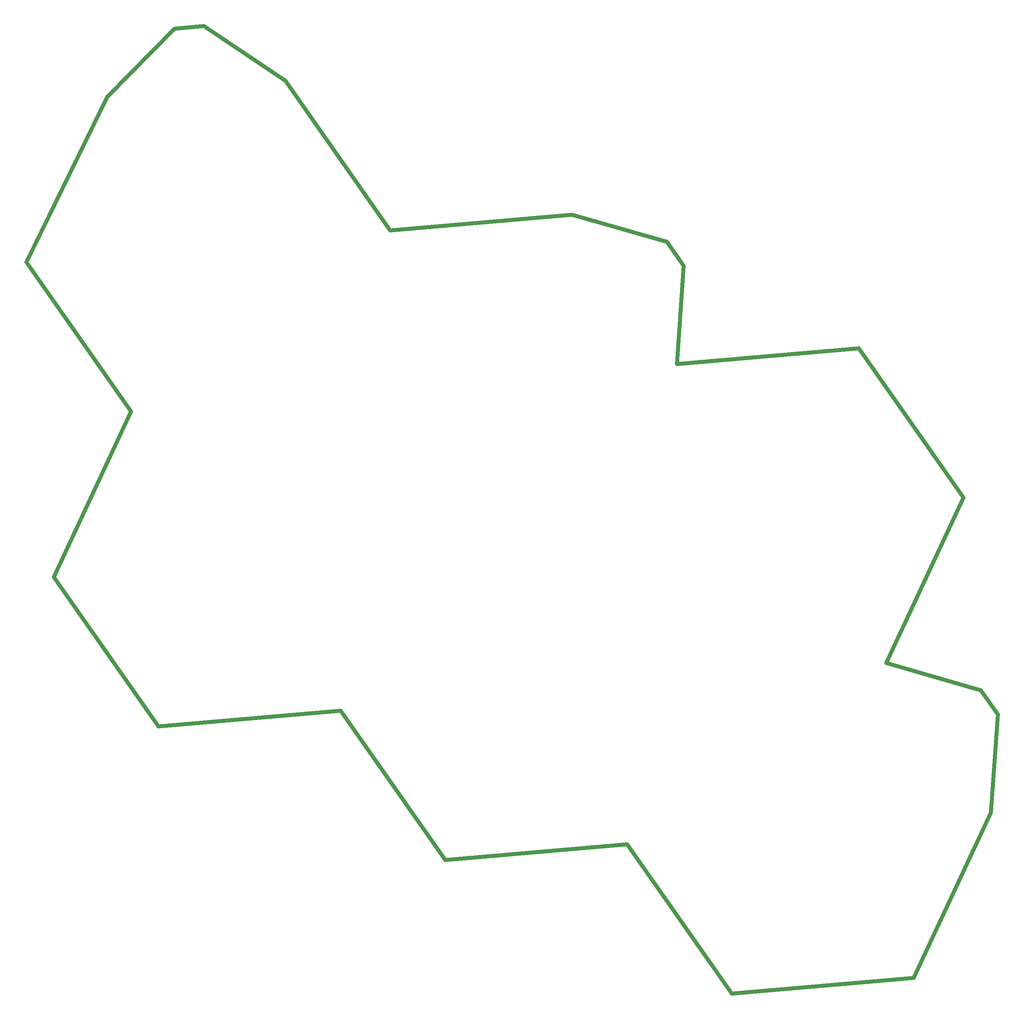
<source format=gbr>
%TF.GenerationSoftware,KiCad,Pcbnew,7.0.10-7.0.10~ubuntu22.04.1*%
%TF.CreationDate,2025-04-20T11:22:12+07:00*%
%TF.ProjectId,catan100,63617461-6e31-4303-902e-6b696361645f,rev?*%
%TF.SameCoordinates,Original*%
%TF.FileFunction,Profile,NP*%
%FSLAX46Y46*%
G04 Gerber Fmt 4.6, Leading zero omitted, Abs format (unit mm)*
G04 Created by KiCad (PCBNEW 7.0.10-7.0.10~ubuntu22.04.1) date 2025-04-20 11:22:12*
%MOMM*%
%LPD*%
G01*
G04 APERTURE LIST*
%TA.AperFunction,Profile*%
%ADD10C,1.000000*%
%TD*%
G04 APERTURE END LIST*
D10*
X95392000Y-35476000D02*
X121908000Y-73372000D01*
X167984000Y-69355000D01*
X191956000Y-76242000D01*
X196229000Y-82345000D01*
X194500000Y-107250000D01*
X240576000Y-103234000D01*
X267093000Y-141129000D01*
X247533000Y-183040000D01*
X271479000Y-189920000D01*
X275776000Y-196055000D01*
X274049000Y-220935000D01*
X254489000Y-262846000D01*
X208413000Y-266862000D01*
X181897000Y-228967000D01*
X135820000Y-232983000D01*
X109380000Y-195109000D01*
X63228000Y-199105000D01*
X36712000Y-161210000D01*
X56273000Y-119298000D01*
X29756000Y-81404000D01*
X50250000Y-39500000D01*
X67247000Y-22222000D01*
X74746000Y-21566000D01*
X95392000Y-35476000D01*
M02*

</source>
